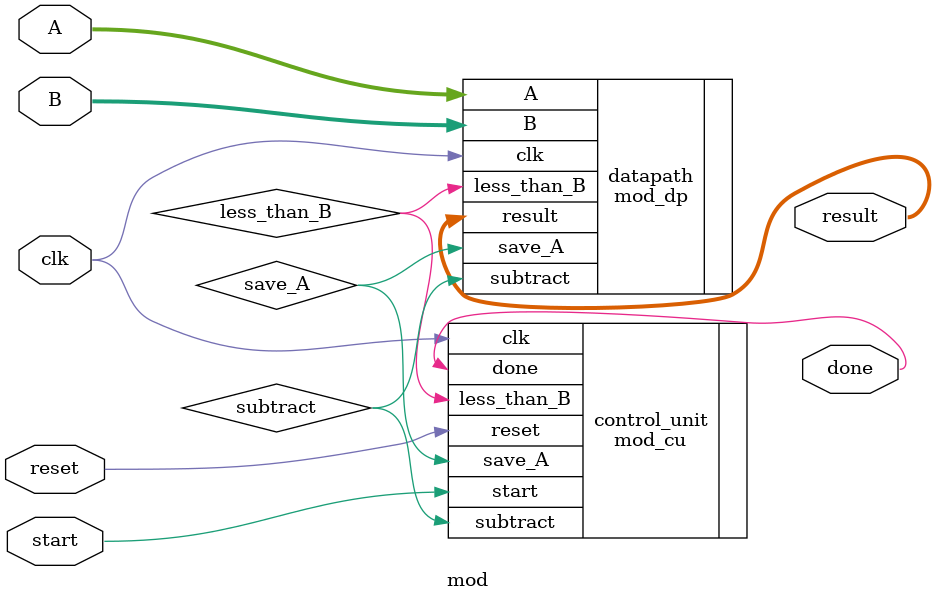
<source format=v>
module mod(
    input clk,
    input reset,
    input start,
    input [31:0] A,
    input [31:0] B,
    output [31:0] result,
    output done
);

wire save_A, subtract, less_than_B;

// Instantiate the control unit
mod_cu control_unit(.clk(clk),.reset(reset),.start(start),.less_than_B(less_than_B),.save_A(save_A),.subtract(subtract),.done(done));

// Instantiate the datapath
mod_dp datapath(.clk(clk),.A(A),.B(B),.save_A(save_A),.subtract(subtract),.result(result),.less_than_B(less_than_B));

endmodule

</source>
